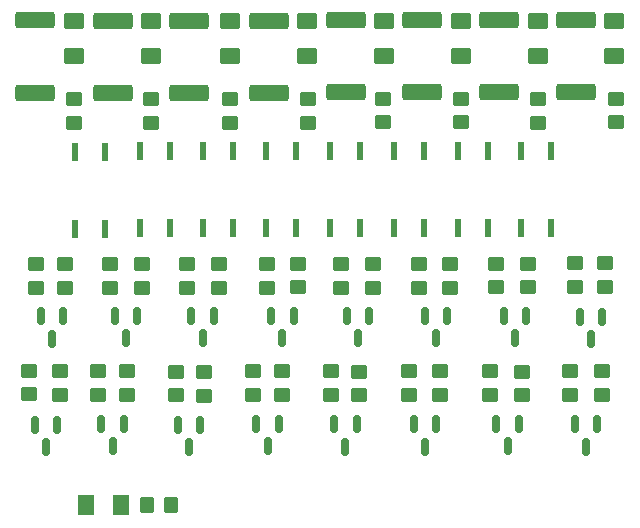
<source format=gbr>
%TF.GenerationSoftware,KiCad,Pcbnew,6.0.11+dfsg-1~bpo11+1*%
%TF.CreationDate,2023-04-06T13:54:20+02:00*%
%TF.ProjectId,din-8_11,64696e2d-385f-4313-912e-6b696361645f,1.1*%
%TF.SameCoordinates,Original*%
%TF.FileFunction,Paste,Top*%
%TF.FilePolarity,Positive*%
%FSLAX46Y46*%
G04 Gerber Fmt 4.6, Leading zero omitted, Abs format (unit mm)*
G04 Created by KiCad (PCBNEW 6.0.11+dfsg-1~bpo11+1) date 2023-04-06 13:54:20*
%MOMM*%
%LPD*%
G01*
G04 APERTURE LIST*
G04 Aperture macros list*
%AMRoundRect*
0 Rectangle with rounded corners*
0 $1 Rounding radius*
0 $2 $3 $4 $5 $6 $7 $8 $9 X,Y pos of 4 corners*
0 Add a 4 corners polygon primitive as box body*
4,1,4,$2,$3,$4,$5,$6,$7,$8,$9,$2,$3,0*
0 Add four circle primitives for the rounded corners*
1,1,$1+$1,$2,$3*
1,1,$1+$1,$4,$5*
1,1,$1+$1,$6,$7*
1,1,$1+$1,$8,$9*
0 Add four rect primitives between the rounded corners*
20,1,$1+$1,$2,$3,$4,$5,0*
20,1,$1+$1,$4,$5,$6,$7,0*
20,1,$1+$1,$6,$7,$8,$9,0*
20,1,$1+$1,$8,$9,$2,$3,0*%
G04 Aperture macros list end*
%ADD10RoundRect,0.150000X-0.150000X0.587500X-0.150000X-0.587500X0.150000X-0.587500X0.150000X0.587500X0*%
%ADD11RoundRect,0.250000X0.450000X-0.350000X0.450000X0.350000X-0.450000X0.350000X-0.450000X-0.350000X0*%
%ADD12RoundRect,0.250000X0.350000X0.450000X-0.350000X0.450000X-0.350000X-0.450000X0.350000X-0.450000X0*%
%ADD13RoundRect,0.250000X-0.450000X0.350000X-0.450000X-0.350000X0.450000X-0.350000X0.450000X0.350000X0*%
%ADD14RoundRect,0.249999X-1.425001X0.450001X-1.425001X-0.450001X1.425001X-0.450001X1.425001X0.450001X0*%
%ADD15RoundRect,0.137500X-0.137500X0.662500X-0.137500X-0.662500X0.137500X-0.662500X0.137500X0.662500X0*%
%ADD16RoundRect,0.250001X0.624999X-0.462499X0.624999X0.462499X-0.624999X0.462499X-0.624999X-0.462499X0*%
%ADD17RoundRect,0.250001X-0.462499X-0.624999X0.462499X-0.624999X0.462499X0.624999X-0.462499X0.624999X0*%
G04 APERTURE END LIST*
D10*
%TO.C,Q16*%
X129310000Y-108420000D03*
X127410000Y-108420000D03*
X128360000Y-110295000D03*
%TD*%
D11*
%TO.C,R25*%
X147100000Y-96820000D03*
X147100000Y-94820000D03*
%TD*%
D10*
%TO.C,Q6*%
X168420000Y-108392500D03*
X166520000Y-108392500D03*
X167470000Y-110267500D03*
%TD*%
D12*
%TO.C,R41*%
X138970000Y-115200000D03*
X136970000Y-115200000D03*
%TD*%
D13*
%TO.C,R11*%
X162610000Y-94830000D03*
X162610000Y-96830000D03*
%TD*%
%TO.C,R31*%
X136510000Y-94820000D03*
X136510000Y-96820000D03*
%TD*%
D10*
%TO.C,Q1*%
X175450000Y-99292500D03*
X173550000Y-99292500D03*
X174500000Y-101167500D03*
%TD*%
D14*
%TO.C,R2*%
X166750000Y-74200000D03*
X166750000Y-80300000D03*
%TD*%
D15*
%TO.C,U5*%
X149570000Y-85250000D03*
X147030000Y-85250000D03*
X147030000Y-91750000D03*
X149570000Y-91750000D03*
%TD*%
D13*
%TO.C,R19*%
X163530000Y-80840000D03*
X163530000Y-82840000D03*
%TD*%
D10*
%TO.C,Q12*%
X129860000Y-99272500D03*
X127960000Y-99272500D03*
X128910000Y-101147500D03*
%TD*%
%TO.C,Q9*%
X149340000Y-99222500D03*
X147440000Y-99222500D03*
X148390000Y-101097500D03*
%TD*%
%TO.C,Q4*%
X155730000Y-99202500D03*
X153830000Y-99202500D03*
X154780000Y-101077500D03*
%TD*%
%TO.C,Q7*%
X161410000Y-108412500D03*
X159510000Y-108412500D03*
X160460000Y-110287500D03*
%TD*%
D15*
%TO.C,U7*%
X138840000Y-85300000D03*
X136300000Y-85300000D03*
X136300000Y-91800000D03*
X138840000Y-91800000D03*
%TD*%
D13*
%TO.C,R9*%
X175740000Y-94740000D03*
X175740000Y-96740000D03*
%TD*%
D16*
%TO.C,D5*%
X150500000Y-77237500D03*
X150500000Y-74262500D03*
%TD*%
D13*
%TO.C,R39*%
X137250000Y-80870000D03*
X137250000Y-82870000D03*
%TD*%
%TO.C,R44*%
X161710000Y-103920000D03*
X161710000Y-105920000D03*
%TD*%
%TO.C,R36*%
X126920000Y-103870000D03*
X126920000Y-105870000D03*
%TD*%
%TO.C,R20*%
X156950000Y-80840000D03*
X156950000Y-82840000D03*
%TD*%
%TO.C,R42*%
X175450000Y-103890000D03*
X175450000Y-105890000D03*
%TD*%
D14*
%TO.C,R22*%
X140500000Y-74250000D03*
X140500000Y-80350000D03*
%TD*%
D10*
%TO.C,Q8*%
X154680000Y-108415000D03*
X152780000Y-108415000D03*
X153730000Y-110290000D03*
%TD*%
%TO.C,Q10*%
X142580000Y-99212500D03*
X140680000Y-99212500D03*
X141630000Y-101087500D03*
%TD*%
%TO.C,Q14*%
X141460000Y-108430000D03*
X139560000Y-108430000D03*
X140510000Y-110305000D03*
%TD*%
D14*
%TO.C,R4*%
X153750000Y-74200000D03*
X153750000Y-80300000D03*
%TD*%
D15*
%TO.C,U1*%
X171170000Y-85250000D03*
X168630000Y-85250000D03*
X168630000Y-91750000D03*
X171170000Y-91750000D03*
%TD*%
D14*
%TO.C,R21*%
X147250000Y-74250000D03*
X147250000Y-80350000D03*
%TD*%
D13*
%TO.C,R29*%
X149730000Y-94810000D03*
X149730000Y-96810000D03*
%TD*%
D16*
%TO.C,D6*%
X144000000Y-77225000D03*
X144000000Y-74250000D03*
%TD*%
D15*
%TO.C,U4*%
X155000000Y-85250000D03*
X152460000Y-85250000D03*
X152460000Y-91750000D03*
X155000000Y-91750000D03*
%TD*%
%TO.C,U6*%
X144190000Y-85250000D03*
X141650000Y-85250000D03*
X141650000Y-91750000D03*
X144190000Y-91750000D03*
%TD*%
D10*
%TO.C,Q5*%
X175030000Y-108412500D03*
X173130000Y-108412500D03*
X174080000Y-110287500D03*
%TD*%
%TO.C,Q11*%
X136090000Y-99232500D03*
X134190000Y-99232500D03*
X135140000Y-101107500D03*
%TD*%
D13*
%TO.C,R43*%
X168640000Y-103940000D03*
X168640000Y-105940000D03*
%TD*%
D16*
%TO.C,D8*%
X130750000Y-77225000D03*
X130750000Y-74250000D03*
%TD*%
D13*
%TO.C,R49*%
X129580000Y-103900000D03*
X129580000Y-105900000D03*
%TD*%
%TO.C,R15*%
X159130000Y-103900000D03*
X159130000Y-105900000D03*
%TD*%
%TO.C,R13*%
X172740000Y-103910000D03*
X172740000Y-105910000D03*
%TD*%
%TO.C,R32*%
X130030000Y-94840000D03*
X130030000Y-96840000D03*
%TD*%
D11*
%TO.C,R26*%
X140310000Y-96860000D03*
X140310000Y-94860000D03*
%TD*%
D10*
%TO.C,Q13*%
X148100000Y-108390000D03*
X146200000Y-108390000D03*
X147150000Y-110265000D03*
%TD*%
D13*
%TO.C,R40*%
X130790000Y-80870000D03*
X130790000Y-82870000D03*
%TD*%
D16*
%TO.C,D4*%
X157000000Y-77225000D03*
X157000000Y-74250000D03*
%TD*%
D13*
%TO.C,R17*%
X176670000Y-80830000D03*
X176670000Y-82830000D03*
%TD*%
D16*
%TO.C,D1*%
X176500000Y-77225000D03*
X176500000Y-74250000D03*
%TD*%
D11*
%TO.C,R28*%
X127550000Y-96850000D03*
X127550000Y-94850000D03*
%TD*%
D10*
%TO.C,Q15*%
X134970000Y-108382500D03*
X133070000Y-108382500D03*
X134020000Y-110257500D03*
%TD*%
D13*
%TO.C,R10*%
X169190000Y-94800000D03*
X169190000Y-96800000D03*
%TD*%
%TO.C,R46*%
X148340000Y-103890000D03*
X148340000Y-105890000D03*
%TD*%
D14*
%TO.C,R24*%
X127450000Y-74210000D03*
X127450000Y-80310000D03*
%TD*%
D13*
%TO.C,R12*%
X156030000Y-94840000D03*
X156030000Y-96840000D03*
%TD*%
D15*
%TO.C,U8*%
X133390000Y-85350000D03*
X130850000Y-85350000D03*
X130850000Y-91850000D03*
X133390000Y-91850000D03*
%TD*%
D17*
%TO.C,D9*%
X131745000Y-115240000D03*
X134720000Y-115240000D03*
%TD*%
D16*
%TO.C,D3*%
X163500000Y-77237500D03*
X163500000Y-74262500D03*
%TD*%
D13*
%TO.C,R47*%
X141750000Y-103980000D03*
X141750000Y-105980000D03*
%TD*%
%TO.C,R45*%
X154870000Y-103940000D03*
X154870000Y-105940000D03*
%TD*%
D16*
%TO.C,D2*%
X170000000Y-77225000D03*
X170000000Y-74250000D03*
%TD*%
D13*
%TO.C,R38*%
X143940000Y-80880000D03*
X143940000Y-82880000D03*
%TD*%
D14*
%TO.C,R23*%
X134010000Y-74240000D03*
X134010000Y-80340000D03*
%TD*%
D11*
%TO.C,R5*%
X173130000Y-96760000D03*
X173130000Y-94760000D03*
%TD*%
D13*
%TO.C,R33*%
X145900000Y-103900000D03*
X145900000Y-105900000D03*
%TD*%
D11*
%TO.C,R27*%
X133790000Y-96850000D03*
X133790000Y-94850000D03*
%TD*%
D13*
%TO.C,R16*%
X152530000Y-103920000D03*
X152530000Y-105920000D03*
%TD*%
D16*
%TO.C,D7*%
X137250000Y-77225000D03*
X137250000Y-74250000D03*
%TD*%
D14*
%TO.C,R1*%
X173250000Y-74200000D03*
X173250000Y-80300000D03*
%TD*%
D13*
%TO.C,R30*%
X143030000Y-94820000D03*
X143030000Y-96820000D03*
%TD*%
%TO.C,R37*%
X150550000Y-80870000D03*
X150550000Y-82870000D03*
%TD*%
D14*
%TO.C,R3*%
X160250000Y-74200000D03*
X160250000Y-80300000D03*
%TD*%
D11*
%TO.C,R7*%
X159980000Y-96830000D03*
X159980000Y-94830000D03*
%TD*%
D13*
%TO.C,R48*%
X135210000Y-103930000D03*
X135210000Y-105930000D03*
%TD*%
D10*
%TO.C,Q2*%
X169020000Y-99232500D03*
X167120000Y-99232500D03*
X168070000Y-101107500D03*
%TD*%
D11*
%TO.C,R6*%
X166470000Y-96810000D03*
X166470000Y-94810000D03*
%TD*%
D13*
%TO.C,R35*%
X132820000Y-103890000D03*
X132820000Y-105890000D03*
%TD*%
%TO.C,R14*%
X165950000Y-103930000D03*
X165950000Y-105930000D03*
%TD*%
D11*
%TO.C,R8*%
X153390000Y-96820000D03*
X153390000Y-94820000D03*
%TD*%
D15*
%TO.C,U2*%
X165770000Y-85250000D03*
X163230000Y-85250000D03*
X163230000Y-91750000D03*
X165770000Y-91750000D03*
%TD*%
D10*
%TO.C,Q3*%
X162360000Y-99222500D03*
X160460000Y-99222500D03*
X161410000Y-101097500D03*
%TD*%
D13*
%TO.C,R18*%
X170010000Y-80850000D03*
X170010000Y-82850000D03*
%TD*%
%TO.C,R34*%
X139360000Y-103950000D03*
X139360000Y-105950000D03*
%TD*%
D15*
%TO.C,U3*%
X160380000Y-85250000D03*
X157840000Y-85250000D03*
X157840000Y-91750000D03*
X160380000Y-91750000D03*
%TD*%
M02*

</source>
